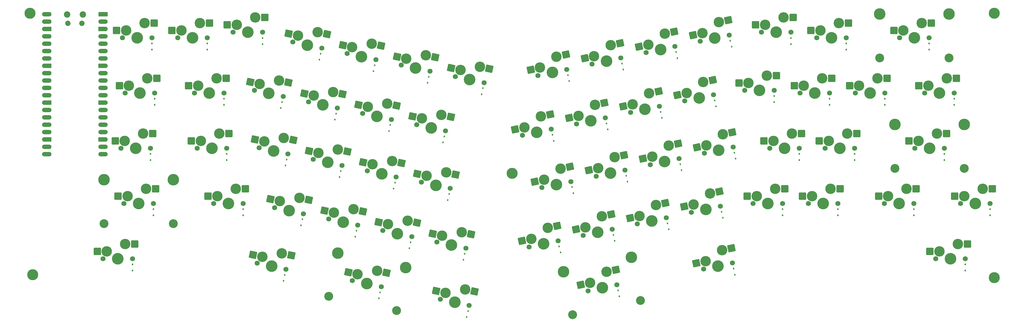
<source format=gbr>
%TF.GenerationSoftware,KiCad,Pcbnew,9.0.3*%
%TF.CreationDate,2025-08-01T16:02:48+05:00*%
%TF.ProjectId,Ayumu62,4179756d-7536-4322-9e6b-696361645f70,rev?*%
%TF.SameCoordinates,Original*%
%TF.FileFunction,Soldermask,Bot*%
%TF.FilePolarity,Negative*%
%FSLAX46Y46*%
G04 Gerber Fmt 4.6, Leading zero omitted, Abs format (unit mm)*
G04 Created by KiCad (PCBNEW 9.0.3) date 2025-08-01 16:02:48*
%MOMM*%
%LPD*%
G01*
G04 APERTURE LIST*
G04 Aperture macros list*
%AMRoundRect*
0 Rectangle with rounded corners*
0 $1 Rounding radius*
0 $2 $3 $4 $5 $6 $7 $8 $9 X,Y pos of 4 corners*
0 Add a 4 corners polygon primitive as box body*
4,1,4,$2,$3,$4,$5,$6,$7,$8,$9,$2,$3,0*
0 Add four circle primitives for the rounded corners*
1,1,$1+$1,$2,$3*
1,1,$1+$1,$4,$5*
1,1,$1+$1,$6,$7*
1,1,$1+$1,$8,$9*
0 Add four rect primitives between the rounded corners*
20,1,$1+$1,$2,$3,$4,$5,0*
20,1,$1+$1,$4,$5,$6,$7,0*
20,1,$1+$1,$6,$7,$8,$9,0*
20,1,$1+$1,$8,$9,$2,$3,0*%
%AMFreePoly0*
4,1,37,0.800000,0.796148,0.878414,0.796148,1.032228,0.765552,1.177117,0.705537,1.307515,0.618408,1.418408,0.507515,1.505537,0.377117,1.565552,0.232228,1.596148,0.078414,1.596148,-0.078414,1.565552,-0.232228,1.505537,-0.377117,1.418408,-0.507515,1.307515,-0.618408,1.177117,-0.705537,1.032228,-0.765552,0.878414,-0.796148,0.800000,-0.796148,0.800000,-0.800000,-1.400000,-0.800000,
-1.403843,-0.796157,-1.439018,-0.796157,-1.511114,-0.766294,-1.566294,-0.711114,-1.596157,-0.639018,-1.596157,-0.603843,-1.600000,-0.600000,-1.600000,0.600000,-1.596157,0.603843,-1.596157,0.639018,-1.566294,0.711114,-1.511114,0.766294,-1.439018,0.796157,-1.403843,0.796157,-1.400000,0.800000,0.800000,0.800000,0.800000,0.796148,0.800000,0.796148,$1*%
%AMFreePoly1*
4,1,37,1.403843,0.796157,1.439018,0.796157,1.511114,0.766294,1.566294,0.711114,1.596157,0.639018,1.596157,0.603843,1.600000,0.600000,1.600000,-0.600000,1.596157,-0.603843,1.596157,-0.639018,1.566294,-0.711114,1.511114,-0.766294,1.439018,-0.796157,1.403843,-0.796157,1.400000,-0.800000,-0.800000,-0.800000,-0.800000,-0.796148,-0.878414,-0.796148,-1.032228,-0.765552,-1.177117,-0.705537,
-1.307515,-0.618408,-1.418408,-0.507515,-1.505537,-0.377117,-1.565552,-0.232228,-1.596148,-0.078414,-1.596148,0.078414,-1.565552,0.232228,-1.505537,0.377117,-1.418408,0.507515,-1.307515,0.618408,-1.177117,0.705537,-1.032228,0.765552,-0.878414,0.796148,-0.800000,0.796148,-0.800000,0.800000,1.400000,0.800000,1.403843,0.796157,1.403843,0.796157,$1*%
%AMFreePoly2*
4,1,37,0.603843,0.796157,0.639018,0.796157,0.711114,0.766294,0.766294,0.711114,0.796157,0.639018,0.796157,0.603843,0.800000,0.600000,0.800000,-0.600000,0.796157,-0.603843,0.796157,-0.639018,0.766294,-0.711114,0.711114,-0.766294,0.639018,-0.796157,0.603843,-0.796157,0.600000,-0.800000,0.000000,-0.800000,0.000000,-0.796148,-0.078414,-0.796148,-0.232228,-0.765552,-0.377117,-0.705537,
-0.507515,-0.618408,-0.618408,-0.507515,-0.705537,-0.377117,-0.765552,-0.232228,-0.796148,-0.078414,-0.796148,0.078414,-0.765552,0.232228,-0.705537,0.377117,-0.618408,0.507515,-0.507515,0.618408,-0.377117,0.705537,-0.232228,0.765552,-0.078414,0.796148,0.000000,0.796148,0.000000,0.800000,0.600000,0.800000,0.603843,0.796157,0.603843,0.796157,$1*%
%AMFreePoly3*
4,1,37,0.000000,0.796148,0.078414,0.796148,0.232228,0.765552,0.377117,0.705537,0.507515,0.618408,0.618408,0.507515,0.705537,0.377117,0.765552,0.232228,0.796148,0.078414,0.796148,-0.078414,0.765552,-0.232228,0.705537,-0.377117,0.618408,-0.507515,0.507515,-0.618408,0.377117,-0.705537,0.232228,-0.765552,0.078414,-0.796148,0.000000,-0.796148,0.000000,-0.800000,-0.600000,-0.800000,
-0.603843,-0.796157,-0.639018,-0.796157,-0.711114,-0.766294,-0.766294,-0.711114,-0.796157,-0.639018,-0.796157,-0.603843,-0.800000,-0.600000,-0.800000,0.600000,-0.796157,0.603843,-0.796157,0.639018,-0.766294,0.711114,-0.711114,0.766294,-0.639018,0.796157,-0.603843,0.796157,-0.600000,0.800000,0.000000,0.800000,0.000000,0.796148,0.000000,0.796148,$1*%
G04 Aperture macros list end*
%ADD10RoundRect,0.250000X-0.794690X-1.191257X1.210513X-0.765038X0.794690X1.191257X-1.210513X0.765038X0*%
%ADD11C,1.750000*%
%ADD12C,4.000000*%
%ADD13C,3.600000*%
%ADD14RoundRect,0.250000X-1.025000X-1.000000X1.025000X-1.000000X1.025000X1.000000X-1.025000X1.000000X0*%
%ADD15RoundRect,0.250000X-1.210513X-0.765038X0.794690X-1.191257X1.210513X0.765038X-0.794690X1.191257X0*%
%ADD16C,3.048000*%
%ADD17C,3.987800*%
%ADD18C,3.800000*%
%ADD19RoundRect,0.112500X-0.112500X0.187500X-0.112500X-0.187500X0.112500X-0.187500X0.112500X0.187500X0*%
%ADD20RoundRect,0.112500X-0.149025X0.160013X-0.071058X-0.206793X0.149025X-0.160013X0.071058X0.206793X0*%
%ADD21RoundRect,0.112500X-0.071058X0.206793X-0.149025X-0.160013X0.071058X-0.206793X0.149025X0.160013X0*%
%ADD22C,2.200000*%
%ADD23C,1.850000*%
%ADD24FreePoly0,180.000000*%
%ADD25RoundRect,0.200000X0.600000X0.600000X-0.600000X0.600000X-0.600000X-0.600000X0.600000X-0.600000X0*%
%ADD26RoundRect,0.800000X0.800000X0.000010X-0.800000X0.000010X-0.800000X-0.000010X0.800000X-0.000010X0*%
%ADD27C,1.600000*%
%ADD28FreePoly1,180.000000*%
%ADD29FreePoly2,180.000000*%
%ADD30FreePoly3,180.000000*%
G04 APERTURE END LIST*
D10*
%TO.C,SW61*%
X246886131Y-174650759D03*
D11*
X249375410Y-176718391D03*
D12*
X254344400Y-175662200D03*
D11*
X259313390Y-174606009D03*
D10*
X259002547Y-169478590D03*
D13*
X250089562Y-173969849D03*
X255772704Y-170165114D03*
%TD*%
D14*
%TO.C,SW5*%
X326132500Y-86905600D03*
D11*
X328137500Y-89445600D03*
D12*
X333217500Y-89445600D03*
D11*
X338297500Y-89445600D03*
D14*
X339059500Y-84365600D03*
D13*
X329407500Y-86905600D03*
X335757500Y-84365600D03*
%TD*%
D15*
%TO.C,SW38*%
X140040920Y-145103251D03*
D11*
X141474010Y-148004609D03*
D12*
X146443000Y-149060800D03*
D11*
X151411990Y-150116991D03*
D15*
X153213530Y-145306430D03*
D13*
X143244353Y-145784163D03*
X149983686Y-144619906D03*
%TD*%
D10*
%TO.C,SW46*%
X248279431Y-96452159D03*
D11*
X250768710Y-98519791D03*
D12*
X255737700Y-97463600D03*
D11*
X260706690Y-96407409D03*
D10*
X260395847Y-91279990D03*
D13*
X251482862Y-95771249D03*
X257166004Y-91966514D03*
%TD*%
D10*
%TO.C,SW48*%
X285546931Y-88530759D03*
D11*
X288036210Y-90598391D03*
D12*
X293005200Y-89542200D03*
D11*
X297974190Y-88486009D03*
D10*
X297663347Y-83358590D03*
D13*
X288750362Y-87849849D03*
X294433504Y-84045114D03*
%TD*%
D16*
%TO.C,H1*%
X183452763Y-183544111D03*
D17*
X186615100Y-168666486D03*
D16*
X160098511Y-178580011D03*
D17*
X163260848Y-163702386D03*
%TD*%
D10*
%TO.C,SW56*%
X286946531Y-127184459D03*
D11*
X289435810Y-129252091D03*
D12*
X294404800Y-128195900D03*
D11*
X299373790Y-127139709D03*
D10*
X299062947Y-122012290D03*
D13*
X290149962Y-126503549D03*
X295833104Y-122698814D03*
%TD*%
D15*
%TO.C,SW26*%
X146333020Y-88013851D03*
D11*
X147766110Y-90915209D03*
D12*
X152735100Y-91971400D03*
D11*
X157704090Y-93027591D03*
D15*
X159505630Y-88217030D03*
D13*
X149536453Y-88694763D03*
X156275786Y-87530506D03*
%TD*%
D18*
%TO.C,H7*%
X58190000Y-171170600D03*
%TD*%
D15*
%TO.C,SW42*%
X166825820Y-170272151D03*
D11*
X168258910Y-173173509D03*
D12*
X173227900Y-174229700D03*
D11*
X178196890Y-175285891D03*
D15*
X179998430Y-170475330D03*
D13*
X170029253Y-170953063D03*
X176768586Y-169788806D03*
%TD*%
D15*
%TO.C,SW31*%
X151689120Y-108627951D03*
D11*
X153122210Y-111529309D03*
D12*
X158091200Y-112585500D03*
D11*
X163060190Y-113641691D03*
D15*
X164861730Y-108831130D03*
D13*
X154892553Y-109308863D03*
X161631886Y-108144606D03*
%TD*%
D18*
%TO.C,H8*%
X223231300Y-136145600D03*
%TD*%
D14*
%TO.C,SW7*%
X301367500Y-105003100D03*
D11*
X303372500Y-107543100D03*
D12*
X308452500Y-107543100D03*
D11*
X313532500Y-107543100D03*
D14*
X314294500Y-102463100D03*
D13*
X304642500Y-105003100D03*
X310992500Y-102463100D03*
%TD*%
D10*
%TO.C,SW58*%
X245254631Y-155521959D03*
D11*
X247743910Y-157589591D03*
D12*
X252712900Y-156533400D03*
D11*
X257681890Y-155477209D03*
D10*
X257371047Y-150349790D03*
D13*
X248458062Y-154841049D03*
X254141204Y-151036314D03*
%TD*%
D15*
%TO.C,SW39*%
X158674620Y-149063951D03*
D11*
X160107710Y-151965309D03*
D12*
X165076700Y-153021500D03*
D11*
X170045690Y-154077691D03*
D15*
X171847230Y-149267130D03*
D13*
X161878053Y-149744863D03*
X168617386Y-148580606D03*
%TD*%
D14*
%TO.C,SW17*%
X359946300Y-125005600D03*
D11*
X361951300Y-127545600D03*
D12*
X367031300Y-127545600D03*
D11*
X372111300Y-127545600D03*
D14*
X372873300Y-122465600D03*
D13*
X363221300Y-125005600D03*
X369571300Y-122465600D03*
%TD*%
D10*
%TO.C,SW51*%
X261557031Y-113105559D03*
D11*
X264046310Y-115173191D03*
D12*
X269015300Y-114117000D03*
D11*
X273984290Y-113060809D03*
D10*
X273673447Y-107933390D03*
D13*
X264760462Y-112424649D03*
X270443604Y-108619914D03*
%TD*%
D14*
%TO.C,SW12*%
X363280000Y-105955600D03*
D11*
X365285000Y-108495600D03*
D12*
X370365000Y-108495600D03*
D11*
X375445000Y-108495600D03*
D14*
X376207000Y-103415600D03*
D13*
X366555000Y-105955600D03*
X372905000Y-103415600D03*
%TD*%
D10*
%TO.C,SW47*%
X266913231Y-92491459D03*
D11*
X269402510Y-94559091D03*
D12*
X274371500Y-93502900D03*
D11*
X279340490Y-92446709D03*
D10*
X279029647Y-87319290D03*
D13*
X270116662Y-91810549D03*
X275799804Y-88005814D03*
%TD*%
D15*
%TO.C,SW40*%
X177308320Y-153024651D03*
D11*
X178741410Y-155926009D03*
D12*
X183710400Y-156982200D03*
D11*
X188679390Y-158038391D03*
D15*
X190480930Y-153227830D03*
D13*
X180511753Y-153705563D03*
X187251086Y-152541306D03*
%TD*%
D14*
%TO.C,SW24*%
X80387500Y-163105600D03*
D11*
X82392500Y-165645600D03*
D12*
X87472500Y-165645600D03*
D11*
X92552500Y-165645600D03*
D14*
X93314500Y-160565600D03*
D13*
X83662500Y-163105600D03*
X90012500Y-160565600D03*
%TD*%
D10*
%TO.C,SW57*%
X226620931Y-159482659D03*
D11*
X229110210Y-161550291D03*
D12*
X234079200Y-160494100D03*
D11*
X239048190Y-159437909D03*
D10*
X238737347Y-154310490D03*
D13*
X229824362Y-158801749D03*
X235507504Y-154997014D03*
%TD*%
D10*
%TO.C,SW52*%
X280190731Y-109144859D03*
D11*
X282680010Y-111212491D03*
D12*
X287649000Y-110156300D03*
D11*
X292617990Y-109100109D03*
D10*
X292307147Y-103972690D03*
D13*
X283394162Y-108463949D03*
X289077304Y-104659214D03*
%TD*%
D14*
%TO.C,SW3*%
X87055000Y-86905600D03*
D11*
X89060000Y-89445600D03*
D12*
X94140000Y-89445600D03*
D11*
X99220000Y-89445600D03*
D14*
X99982000Y-84365600D03*
D13*
X90330000Y-86905600D03*
X96680000Y-84365600D03*
%TD*%
D16*
%TO.C,H3*%
X106554300Y-153580600D03*
D17*
X106554300Y-138370600D03*
D16*
X82678300Y-153580600D03*
D17*
X82678300Y-138370600D03*
%TD*%
D16*
%TO.C,H2*%
X267473789Y-180012511D03*
D17*
X264311452Y-165134886D03*
D16*
X244119537Y-184976611D03*
D17*
X240957200Y-170098986D03*
%TD*%
D15*
%TO.C,SW30*%
X133055420Y-104667251D03*
D11*
X134488510Y-107568609D03*
D12*
X139457500Y-108624800D03*
D11*
X144426490Y-109680991D03*
D15*
X146228030Y-104870430D03*
D13*
X136258853Y-105348163D03*
X142998186Y-104183906D03*
%TD*%
D10*
%TO.C,SW45*%
X229645731Y-100412959D03*
D11*
X232135010Y-102480591D03*
D12*
X237104000Y-101424400D03*
D11*
X242072990Y-100368209D03*
D10*
X241762147Y-95240790D03*
D13*
X232849162Y-99732049D03*
X238532304Y-95927314D03*
%TD*%
D14*
%TO.C,SW20*%
X304225000Y-144055600D03*
D11*
X306230000Y-146595600D03*
D12*
X311310000Y-146595600D03*
D11*
X316390000Y-146595600D03*
D14*
X317152000Y-141515600D03*
D13*
X307500000Y-144055600D03*
X313850000Y-141515600D03*
%TD*%
D10*
%TO.C,SW55*%
X268312831Y-131145159D03*
D11*
X270802110Y-133212791D03*
D12*
X275771100Y-132156600D03*
D11*
X280740090Y-131100409D03*
D10*
X280429247Y-125972990D03*
D13*
X271516262Y-130464249D03*
X277199404Y-126659514D03*
%TD*%
D15*
%TO.C,SW37*%
X190585920Y-136371351D03*
D11*
X192019010Y-139272709D03*
D12*
X196988000Y-140328900D03*
D11*
X201956990Y-141385091D03*
D15*
X203758530Y-136574530D03*
D13*
X193789353Y-137052263D03*
X200528686Y-135888006D03*
%TD*%
D10*
%TO.C,SW50*%
X242923331Y-117066259D03*
D11*
X245412610Y-119133891D03*
D12*
X250381600Y-118077700D03*
D11*
X255350590Y-117021509D03*
D10*
X255039747Y-111894090D03*
D13*
X246126762Y-116385349D03*
X251809904Y-112580614D03*
%TD*%
D18*
%TO.C,H6*%
X57190000Y-81015600D03*
%TD*%
D15*
%TO.C,SW34*%
X134684820Y-124489151D03*
D11*
X136117910Y-127390509D03*
D12*
X141086900Y-128446700D03*
D11*
X146055890Y-129502891D03*
D15*
X147857430Y-124692330D03*
D13*
X137888253Y-125170063D03*
X144627586Y-124005806D03*
%TD*%
D14*
%TO.C,SW10*%
X320417500Y-105955600D03*
D11*
X322422500Y-108495600D03*
D12*
X327502500Y-108495600D03*
D11*
X332582500Y-108495600D03*
D14*
X333344500Y-103415600D03*
D13*
X323692500Y-105955600D03*
X330042500Y-103415600D03*
%TD*%
D14*
%TO.C,SW8*%
X88007500Y-105955600D03*
D11*
X90012500Y-108495600D03*
D12*
X95092500Y-108495600D03*
D11*
X100172500Y-108495600D03*
D14*
X100934500Y-103415600D03*
D13*
X91282500Y-105955600D03*
X97632500Y-103415600D03*
%TD*%
D14*
%TO.C,SW13*%
X86578800Y-125005600D03*
D11*
X88583800Y-127545600D03*
D12*
X93663800Y-127545600D03*
D11*
X98743800Y-127545600D03*
D14*
X99505800Y-122465600D03*
D13*
X89853800Y-125005600D03*
X96203800Y-122465600D03*
%TD*%
D14*
%TO.C,SW1*%
X125155000Y-85000600D03*
D11*
X127160000Y-87540600D03*
D12*
X132240000Y-87540600D03*
D11*
X137320000Y-87540600D03*
D14*
X138082000Y-82460600D03*
D13*
X128430000Y-85000600D03*
X134780000Y-82460600D03*
%TD*%
D14*
%TO.C,SW21*%
X323275000Y-144055600D03*
D11*
X325280000Y-146595600D03*
D12*
X330360000Y-146595600D03*
D11*
X335440000Y-146595600D03*
D14*
X336202000Y-141515600D03*
D13*
X326550000Y-144055600D03*
X332900000Y-141515600D03*
%TD*%
D15*
%TO.C,SW29*%
X202234120Y-99896051D03*
D11*
X203667210Y-102797409D03*
D12*
X208636200Y-103853600D03*
D11*
X213605190Y-104909791D03*
D15*
X215406730Y-100099230D03*
D13*
X205437553Y-100576963D03*
X212176886Y-99412706D03*
%TD*%
D14*
%TO.C,SW11*%
X339467500Y-105955600D03*
D11*
X341472500Y-108495600D03*
D12*
X346552500Y-108495600D03*
D11*
X351632500Y-108495600D03*
D14*
X352394500Y-103415600D03*
D13*
X342742500Y-105955600D03*
X349092500Y-103415600D03*
%TD*%
D15*
%TO.C,SW44*%
X134018820Y-164272551D03*
D11*
X135451910Y-167173909D03*
D12*
X140420900Y-168230100D03*
D11*
X145389890Y-169286291D03*
D15*
X147191430Y-164475730D03*
D13*
X137222253Y-164953463D03*
X143961586Y-163789206D03*
%TD*%
D14*
%TO.C,SW2*%
X307082500Y-85000600D03*
D11*
X309087500Y-87540600D03*
D12*
X314167500Y-87540600D03*
D11*
X319247500Y-87540600D03*
D14*
X320009500Y-82460600D03*
D13*
X310357500Y-85000600D03*
X316707500Y-82460600D03*
%TD*%
D14*
%TO.C,SW14*%
X112772500Y-125005600D03*
D11*
X114777500Y-127545600D03*
D12*
X119857500Y-127545600D03*
D11*
X124937500Y-127545600D03*
D14*
X125699500Y-122465600D03*
D13*
X116047500Y-125005600D03*
X122397500Y-122465600D03*
%TD*%
D16*
%TO.C,H4*%
X373730500Y-96430600D03*
D17*
X373730500Y-81220600D03*
D16*
X349854500Y-96430600D03*
D17*
X349854500Y-81220600D03*
%TD*%
D14*
%TO.C,SW9*%
X111820000Y-105955600D03*
D11*
X113825000Y-108495600D03*
D12*
X118905000Y-108495600D03*
D11*
X123985000Y-108495600D03*
D14*
X124747000Y-103415600D03*
D13*
X115095000Y-105955600D03*
X121445000Y-103415600D03*
%TD*%
D10*
%TO.C,SW60*%
X282522131Y-147600459D03*
D11*
X285011410Y-149668091D03*
D12*
X289980400Y-148611900D03*
D11*
X294949390Y-147555709D03*
D10*
X294638547Y-142428290D03*
D13*
X285725562Y-146919549D03*
X291408704Y-143114814D03*
%TD*%
D15*
%TO.C,SW27*%
X164966720Y-91974651D03*
D11*
X166399810Y-94876009D03*
D12*
X171368800Y-95932200D03*
D11*
X176337790Y-96988391D03*
D15*
X178139330Y-92177830D03*
D13*
X168170153Y-92655563D03*
X174909486Y-91491306D03*
%TD*%
D10*
%TO.C,SW62*%
X286680831Y-167165859D03*
D11*
X289170110Y-169233491D03*
D12*
X294139100Y-168177300D03*
D11*
X299108090Y-167121109D03*
D10*
X298797247Y-161993690D03*
D13*
X289884262Y-166484949D03*
X295567404Y-162680214D03*
%TD*%
D10*
%TO.C,SW49*%
X224289631Y-121026959D03*
D11*
X226778910Y-123094591D03*
D12*
X231747900Y-122038400D03*
D11*
X236716890Y-120982209D03*
D10*
X236406047Y-115854790D03*
D13*
X227493062Y-120346049D03*
X233176204Y-116541314D03*
%TD*%
D15*
%TO.C,SW28*%
X183600420Y-95935351D03*
D11*
X185033510Y-98836709D03*
D12*
X190002500Y-99892900D03*
D11*
X194971490Y-100949091D03*
D15*
X196773030Y-96138530D03*
D13*
X186803853Y-96616263D03*
X193543186Y-95452006D03*
%TD*%
D18*
%TO.C,H10*%
X389272500Y-172170600D03*
%TD*%
D15*
%TO.C,SW33*%
X188956520Y-116549351D03*
D11*
X190389610Y-119450709D03*
D12*
X195358600Y-120506900D03*
D11*
X200327590Y-121563091D03*
D15*
X202129130Y-116752530D03*
D13*
X192159953Y-117230263D03*
X198899286Y-116066006D03*
%TD*%
D15*
%TO.C,SW32*%
X170322820Y-112588651D03*
D11*
X171755910Y-115490009D03*
D12*
X176724900Y-116546200D03*
D11*
X181693890Y-117602391D03*
D15*
X183495430Y-112791830D03*
D13*
X173526253Y-113269563D03*
X180265586Y-112105306D03*
%TD*%
D14*
%TO.C,SW19*%
X118487500Y-144055600D03*
D11*
X120492500Y-146595600D03*
D12*
X125572500Y-146595600D03*
D11*
X130652500Y-146595600D03*
D14*
X131414500Y-141515600D03*
D13*
X121762500Y-144055600D03*
X128112500Y-141515600D03*
%TD*%
D14*
%TO.C,SW22*%
X349468800Y-144055600D03*
D11*
X351473800Y-146595600D03*
D12*
X356553800Y-146595600D03*
D11*
X361633800Y-146595600D03*
D14*
X362395800Y-141515600D03*
D13*
X352743800Y-144055600D03*
X359093800Y-141515600D03*
%TD*%
D16*
%TO.C,H5*%
X378969300Y-134530600D03*
D17*
X378969300Y-119320600D03*
D16*
X355093300Y-134530600D03*
D17*
X355093300Y-119320600D03*
%TD*%
D15*
%TO.C,SW41*%
X195942120Y-156985351D03*
D11*
X197375210Y-159886709D03*
D12*
X202344200Y-160942900D03*
D11*
X207313190Y-161999091D03*
D15*
X209114730Y-157188530D03*
D13*
X199145553Y-157666263D03*
X205884886Y-156502006D03*
%TD*%
D14*
%TO.C,SW4*%
X106105000Y-86905600D03*
D11*
X108110000Y-89445600D03*
D12*
X113190000Y-89445600D03*
D11*
X118270000Y-89445600D03*
D14*
X119032000Y-84365600D03*
D13*
X109380000Y-86905600D03*
X115730000Y-84365600D03*
%TD*%
D14*
%TO.C,SW23*%
X375662500Y-144055600D03*
D11*
X377667500Y-146595600D03*
D12*
X382747500Y-146595600D03*
D11*
X387827500Y-146595600D03*
D14*
X388589500Y-141515600D03*
D13*
X378937500Y-144055600D03*
X385287500Y-141515600D03*
%TD*%
D15*
%TO.C,SW36*%
X171952220Y-132410651D03*
D11*
X173385310Y-135312009D03*
D12*
X178354300Y-136368200D03*
D11*
X183323290Y-137424391D03*
D15*
X185124830Y-132613830D03*
D13*
X175155653Y-133091563D03*
X181894986Y-131927306D03*
%TD*%
D15*
%TO.C,SW35*%
X153318520Y-128449851D03*
D11*
X154751610Y-131351209D03*
D12*
X159720600Y-132407400D03*
D11*
X164689590Y-133463591D03*
D15*
X166491130Y-128653030D03*
D13*
X156521953Y-129130763D03*
X163261286Y-127966506D03*
%TD*%
D14*
%TO.C,SW6*%
X354707500Y-86905600D03*
D11*
X356712500Y-89445600D03*
D12*
X361792500Y-89445600D03*
D11*
X366872500Y-89445600D03*
D14*
X367634500Y-84365600D03*
D13*
X357982500Y-86905600D03*
X364332500Y-84365600D03*
%TD*%
D10*
%TO.C,SW54*%
X249679131Y-135105859D03*
D11*
X252168410Y-137173491D03*
D12*
X257137400Y-136117300D03*
D11*
X262106390Y-135061109D03*
D10*
X261795547Y-129933690D03*
D13*
X252882562Y-134424949D03*
X258565704Y-130620214D03*
%TD*%
D18*
%TO.C,H9*%
X389272500Y-81015600D03*
%TD*%
D14*
%TO.C,SW16*%
X328990000Y-125005600D03*
D11*
X330995000Y-127545600D03*
D12*
X336075000Y-127545600D03*
D11*
X341155000Y-127545600D03*
D14*
X341917000Y-122465600D03*
D13*
X332265000Y-125005600D03*
X338615000Y-122465600D03*
%TD*%
D15*
%TO.C,SW43*%
X197105620Y-176708351D03*
D11*
X198538710Y-179609709D03*
D12*
X203507700Y-180665900D03*
D11*
X208476690Y-181722091D03*
D15*
X210278230Y-176911530D03*
D13*
X200309053Y-177389263D03*
X207048386Y-176225006D03*
%TD*%
D14*
%TO.C,SW25*%
X367090000Y-163105600D03*
D11*
X369095000Y-165645600D03*
D12*
X374175000Y-165645600D03*
D11*
X379255000Y-165645600D03*
D14*
X380017000Y-160565600D03*
D13*
X370365000Y-163105600D03*
X376715000Y-160565600D03*
%TD*%
D14*
%TO.C,SW15*%
X309940000Y-125005600D03*
D11*
X311945000Y-127545600D03*
D12*
X317025000Y-127545600D03*
D11*
X322105000Y-127545600D03*
D14*
X322867000Y-122465600D03*
D13*
X313215000Y-125005600D03*
X319565000Y-122465600D03*
%TD*%
D10*
%TO.C,SW59*%
X263888331Y-151561159D03*
D11*
X266377610Y-153628791D03*
D12*
X271346600Y-152572600D03*
D11*
X276315590Y-151516409D03*
D10*
X276004747Y-146388990D03*
D13*
X267091762Y-150880249D03*
X272774904Y-147075514D03*
%TD*%
D14*
%TO.C,SW18*%
X87531300Y-144055600D03*
D11*
X89536300Y-146595600D03*
D12*
X94616300Y-146595600D03*
D11*
X99696300Y-146595600D03*
D14*
X100458300Y-141515600D03*
D13*
X90806300Y-144055600D03*
X97156300Y-141515600D03*
%TD*%
D10*
%TO.C,SW53*%
X231045431Y-139066559D03*
D11*
X233534710Y-141134191D03*
D12*
X238503700Y-140078000D03*
D11*
X243472690Y-139021809D03*
D10*
X243161847Y-133894390D03*
D13*
X234248862Y-138385649D03*
X239932004Y-134580914D03*
%TD*%
D19*
%TO.C,D16*%
X341155000Y-129525600D03*
X341155000Y-131625600D03*
%TD*%
%TO.C,D3*%
X99220000Y-91425600D03*
X99220000Y-93525600D03*
%TD*%
D20*
%TO.C,D49*%
X237128593Y-122918945D03*
X237565207Y-124973055D03*
%TD*%
D21*
%TO.C,D31*%
X162648507Y-115578445D03*
X162211893Y-117632555D03*
%TD*%
%TO.C,D33*%
X199915907Y-123499845D03*
X199479293Y-125553955D03*
%TD*%
D19*
%TO.C,D15*%
X322105000Y-129525600D03*
X322105000Y-131625600D03*
%TD*%
%TO.C,D5*%
X338297500Y-91425600D03*
X338297500Y-93525600D03*
%TD*%
D21*
%TO.C,D41*%
X206901507Y-163935845D03*
X206464893Y-165989955D03*
%TD*%
D19*
%TO.C,D1*%
X137320000Y-89520600D03*
X137320000Y-91620600D03*
%TD*%
D21*
%TO.C,D38*%
X151000307Y-152053745D03*
X150563693Y-154107855D03*
%TD*%
D19*
%TO.C,D6*%
X366872500Y-91425600D03*
X366872500Y-93525600D03*
%TD*%
D20*
%TO.C,D54*%
X262517993Y-136997845D03*
X262954607Y-139051955D03*
%TD*%
%TO.C,D61*%
X259725093Y-176542645D03*
X260161707Y-178596755D03*
%TD*%
D21*
%TO.C,D27*%
X175926107Y-98925045D03*
X175489493Y-100979155D03*
%TD*%
D19*
%TO.C,D14*%
X124937500Y-129525600D03*
X124937500Y-131625600D03*
%TD*%
%TO.C,D8*%
X100172500Y-110475600D03*
X100172500Y-112575600D03*
%TD*%
D21*
%TO.C,D43*%
X208065007Y-183658745D03*
X207628393Y-185712855D03*
%TD*%
D19*
%TO.C,D24*%
X92552500Y-167625600D03*
X92552500Y-169725600D03*
%TD*%
%TO.C,D19*%
X130652500Y-148575600D03*
X130652500Y-150675600D03*
%TD*%
D20*
%TO.C,D50*%
X255762293Y-118958245D03*
X256198907Y-121012355D03*
%TD*%
D21*
%TO.C,D30*%
X144014807Y-111617745D03*
X143578193Y-113671855D03*
%TD*%
%TO.C,D40*%
X188267807Y-159975145D03*
X187831193Y-162029255D03*
%TD*%
D19*
%TO.C,D12*%
X375445000Y-110475600D03*
X375445000Y-112575600D03*
%TD*%
D20*
%TO.C,D55*%
X281151793Y-133037145D03*
X281588407Y-135091255D03*
%TD*%
D21*
%TO.C,D34*%
X145644207Y-131439645D03*
X145207593Y-133493755D03*
%TD*%
%TO.C,D32*%
X181282207Y-119539145D03*
X180845593Y-121593255D03*
%TD*%
D19*
%TO.C,D4*%
X118270000Y-91425600D03*
X118270000Y-93525600D03*
%TD*%
D20*
%TO.C,D51*%
X274395993Y-114997545D03*
X274832607Y-117051655D03*
%TD*%
D19*
%TO.C,D23*%
X387827500Y-148575600D03*
X387827500Y-150675600D03*
%TD*%
%TO.C,D25*%
X379255000Y-167625600D03*
X379255000Y-169725600D03*
%TD*%
%TO.C,D20*%
X316390000Y-148575600D03*
X316390000Y-150675600D03*
%TD*%
%TO.C,D18*%
X99696300Y-148575600D03*
X99696300Y-150675600D03*
%TD*%
D21*
%TO.C,D28*%
X194559807Y-102885845D03*
X194123193Y-104939955D03*
%TD*%
D20*
%TO.C,D62*%
X299519793Y-169057845D03*
X299956407Y-171111955D03*
%TD*%
D21*
%TO.C,D36*%
X182911607Y-139361045D03*
X182474993Y-141415155D03*
%TD*%
D19*
%TO.C,D13*%
X98743800Y-129525600D03*
X98743800Y-131625600D03*
%TD*%
D20*
%TO.C,D45*%
X242484693Y-102304945D03*
X242921307Y-104359055D03*
%TD*%
D19*
%TO.C,D21*%
X335440000Y-148575600D03*
X335440000Y-150675600D03*
%TD*%
D20*
%TO.C,D53*%
X243884293Y-140958545D03*
X244320907Y-143012655D03*
%TD*%
%TO.C,D48*%
X298385793Y-90422745D03*
X298822407Y-92476855D03*
%TD*%
D19*
%TO.C,D9*%
X123985000Y-110475600D03*
X123985000Y-112575600D03*
%TD*%
D20*
%TO.C,D57*%
X239459893Y-161374645D03*
X239896507Y-163428755D03*
%TD*%
%TO.C,D56*%
X299785493Y-129076445D03*
X300222107Y-131130555D03*
%TD*%
D21*
%TO.C,D44*%
X144978207Y-171223045D03*
X144541593Y-173277155D03*
%TD*%
D19*
%TO.C,D11*%
X351632500Y-110475600D03*
X351632500Y-112575600D03*
%TD*%
%TO.C,D17*%
X372111300Y-129525600D03*
X372111300Y-131625600D03*
%TD*%
%TO.C,D2*%
X319247500Y-89520600D03*
X319247500Y-91620600D03*
%TD*%
D21*
%TO.C,D37*%
X201545307Y-143321845D03*
X201108693Y-145375955D03*
%TD*%
%TO.C,D39*%
X169634007Y-156014445D03*
X169197393Y-158068555D03*
%TD*%
%TO.C,D35*%
X164277907Y-135400345D03*
X163841293Y-137454455D03*
%TD*%
D20*
%TO.C,D58*%
X258093593Y-157413845D03*
X258530207Y-159467955D03*
%TD*%
D19*
%TO.C,D22*%
X361633800Y-148575600D03*
X361633800Y-150675600D03*
%TD*%
D20*
%TO.C,D52*%
X293029693Y-111036845D03*
X293466307Y-113090955D03*
%TD*%
%TO.C,D46*%
X261118393Y-98344145D03*
X261555007Y-100398255D03*
%TD*%
D21*
%TO.C,D29*%
X213193507Y-106846545D03*
X212756893Y-108900655D03*
%TD*%
D19*
%TO.C,D10*%
X332582500Y-110475600D03*
X332582500Y-112575600D03*
%TD*%
%TO.C,D7*%
X313532500Y-109523100D03*
X313532500Y-111623100D03*
%TD*%
D20*
%TO.C,D47*%
X279752093Y-94383445D03*
X280188707Y-96437555D03*
%TD*%
D21*
%TO.C,D42*%
X177785207Y-177222645D03*
X177348593Y-179276755D03*
%TD*%
D20*
%TO.C,D59*%
X276727293Y-153453145D03*
X277163907Y-155507255D03*
%TD*%
D21*
%TO.C,D26*%
X157292407Y-94964345D03*
X156855793Y-97018455D03*
%TD*%
D20*
%TO.C,D60*%
X295360993Y-149492445D03*
X295797607Y-151546555D03*
%TD*%
D22*
%TO.C,A1*%
X75415000Y-81428100D03*
D23*
X75115000Y-84458100D03*
X70265000Y-84458100D03*
D22*
X69965000Y-81428100D03*
D24*
X82380000Y-81298100D03*
D25*
X81580000Y-81298100D03*
D26*
X82380000Y-83838100D03*
D27*
X81580000Y-83838100D03*
D28*
X82380000Y-86378100D03*
D29*
X81580000Y-86378100D03*
D26*
X82380000Y-88918100D03*
D27*
X81580000Y-88918100D03*
D26*
X82380000Y-91458100D03*
D27*
X81580000Y-91458100D03*
D26*
X82380000Y-93998100D03*
D27*
X81580000Y-93998100D03*
D26*
X82380000Y-96538100D03*
D27*
X81580000Y-96538100D03*
D28*
X82380000Y-99078100D03*
D29*
X81580000Y-99078100D03*
D26*
X82380000Y-101618100D03*
D27*
X81580000Y-101618100D03*
D26*
X82380000Y-104158100D03*
D27*
X81580000Y-104158100D03*
D26*
X82380000Y-106698100D03*
D27*
X81580000Y-106698100D03*
D26*
X82380000Y-109238100D03*
D27*
X81580000Y-109238100D03*
D28*
X82380000Y-111778100D03*
D29*
X81580000Y-111778100D03*
D26*
X82380000Y-114318100D03*
D27*
X81580000Y-114318100D03*
D26*
X82380000Y-116858100D03*
D27*
X81580000Y-116858100D03*
D26*
X82380000Y-119398100D03*
D27*
X81580000Y-119398100D03*
D26*
X82380000Y-121938100D03*
D27*
X81580000Y-121938100D03*
D28*
X82380000Y-124478100D03*
D29*
X81580000Y-124478100D03*
D26*
X82380000Y-127018100D03*
D27*
X81580000Y-127018100D03*
D26*
X82380000Y-129558100D03*
D27*
X81580000Y-129558100D03*
X63800000Y-129558100D03*
D26*
X63000000Y-129558100D03*
D27*
X63800000Y-127018100D03*
D26*
X63000000Y-127018100D03*
D30*
X63800000Y-124478100D03*
D24*
X63000000Y-124478100D03*
D27*
X63800000Y-121938100D03*
D26*
X63000000Y-121938100D03*
D27*
X63800000Y-119398100D03*
D26*
X63000000Y-119398100D03*
D27*
X63800000Y-116858100D03*
D26*
X63000000Y-116858100D03*
D27*
X63800000Y-114318100D03*
D26*
X63000000Y-114318100D03*
D30*
X63800000Y-111778100D03*
D24*
X63000000Y-111778100D03*
D27*
X63800000Y-109238100D03*
D26*
X63000000Y-109238100D03*
D27*
X63800000Y-106698100D03*
D26*
X63000000Y-106698100D03*
D27*
X63800000Y-104158100D03*
D26*
X63000000Y-104158100D03*
D27*
X63800000Y-101618100D03*
D26*
X63000000Y-101618100D03*
D30*
X63800000Y-99078100D03*
D24*
X63000000Y-99078100D03*
D27*
X63800000Y-96538100D03*
D26*
X63000000Y-96538100D03*
D27*
X63800000Y-93998100D03*
D26*
X63000000Y-93998100D03*
D27*
X63800000Y-91458100D03*
D26*
X63000000Y-91458100D03*
D27*
X63800000Y-88918100D03*
D26*
X63000000Y-88918100D03*
D30*
X63800000Y-86378100D03*
D24*
X63000000Y-86378100D03*
D27*
X63800000Y-83838100D03*
D26*
X63000000Y-83838100D03*
D27*
X63800000Y-81298100D03*
D26*
X63000000Y-81298100D03*
%TD*%
M02*

</source>
